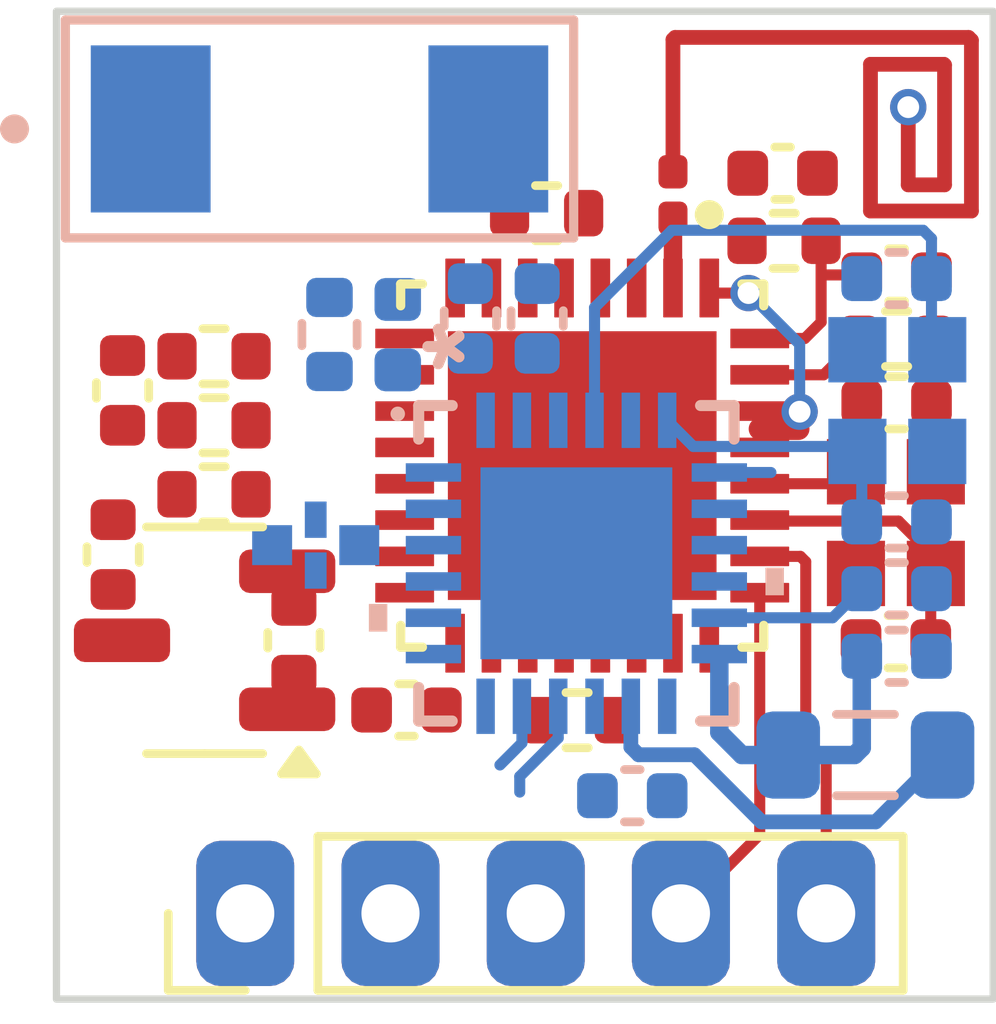
<source format=kicad_pcb>
(kicad_pcb (version 20240108) (generator "pcbnew") (generator_version "8.0")
  (title_block (title "ELRS micro") (date "2024-04-21") (rev "1.0") (company "Kolamuc Design") (comment 1 "alperen.kolamu@gmail.com") (comment 2 "Alperen KOLAMUÇ"))
  (layers (0 "F.Cu" signal) (1 "In1.Cu" power) (2 "In2.Cu" power) (31 "B.Cu" signal) (34 "B.Paste" user) (35 "F.Paste" user) (36 "B.SilkS" user "B.Silkscreen") (37 "F.SilkS" user "F.Silkscreen") (38 "B.Mask" user) (39 "F.Mask" user) (44 "Edge.Cuts" user))
  (net 0 "")
  (net 1 "GND")
  (net 2 "+3V3")
  (net 3 "Net-(U2-~{EXT_RST})")
  (net 4 "+5V")
  (net 5 "Net-(U2-LNA)")
  (net 6 "Net-(AE1-Pad1)")
  (net 7 "Net-(U2-RES12K)")
  (net 8 "Net-(U2-CHIP_EN)")
  (net 17 "Net-(U2-XTAL_OUT)")
  (net 18 "Net-(U2-XTAL_IN)")
  (net 21 "Net-(U3-VR_PA)")
  (net 22 "/BTN")
  (net 23 "Net-(D1-K)")
  (net 24 "/LED")
  (net 25 "Net-(E1-Pad1)")
  (net 26 "Net-(U3-RFIO)")
  (net 27 "/TX")
  (net 28 "/RX")
  (net 29 "/NSS")
  (net 30 "/nRST")
  (net 31 "/SCK")
  (net 32 "/MISO")
  (net 33 "/MOSI")
  (net 34 "/DIO1")
  (net 35 "/BUSY")
  (net 36 "Net-(U3-XTA)")
  (net 37 "Net-(U3-XTB)")
  (net 38 "/V_DCC")
  (net 39 "/V_DCC2")
  (footprint "Resistor_SMD:R_0402_1005Metric" (layer "F.Cu") (at 106.335 66.095 180)
    (property "Reference" "R8" (hide yes))
    (property "Value" "300R" (hide yes))
    (fp_line (start -0.153641 0.38) (end 0.153641 0.38) (stroke (width 0.12)) (layer "F.SilkS"))
    (fp_line (start -0.153641 -0.38) (end 0.153641 -0.38) (stroke (width 0.12)) (layer "F.SilkS"))
    (pad "1" smd roundrect (at -0.51 0 180) (size 0.54 0.64) (layers "F.Cu" "F.Paste" "F.Mask") (net 27 "/TX"))
    (pad "2" smd roundrect (at 0.51 0 180) (size 0.54 0.64) (layers "F.Cu" "F.Paste" "F.Mask") (net 2 "+3V3"))
  )
  (footprint "Capacitor_SMD:C_0402_1005Metric" (layer "F.Cu") (at 100.075 61.555 90)
    (property "Reference" "C4" (hide yes))
    (property "Value" "4.7uF" (hide yes))
    (fp_line (start -0.107836 -0.36) (end 0.107836 -0.36) (stroke (width 0.12)) (layer "F.SilkS"))
    (fp_line (start -0.107836 0.36) (end 0.107836 0.36) (stroke (width 0.12)) (layer "F.SilkS"))
    (pad "1" smd roundrect (at -0.48 0 90) (size 0.56 0.62) (layers "F.Cu" "F.Paste" "F.Mask") (net 2 "+3V3"))
    (pad "2" smd roundrect (at 0.48 0 90) (size 0.56 0.62) (layers "F.Cu" "F.Paste" "F.Mask") (net 1 "GND"))
  )
  (footprint "Resistor_SMD:R_0402_1005Metric" (layer "F.Cu") (at 101.335 61.085)
    (property "Reference" "R1" (hide yes))
    (property "Value" "12K" (hide yes))
    (fp_line (start -0.153641 -0.38) (end 0.153641 -0.38) (stroke (width 0.12)) (layer "F.SilkS"))
    (fp_line (start -0.153641 0.38) (end 0.153641 0.38) (stroke (width 0.12)) (layer "F.SilkS"))
    (pad "1" smd roundrect (at -0.51 0) (size 0.54 0.64) (layers "F.Cu" "F.Paste" "F.Mask") (net 1 "GND"))
    (pad "2" smd roundrect (at 0.51 0) (size 0.54 0.64) (layers "F.Cu" "F.Paste" "F.Mask") (net 29 "/NSS"))
  )
  (footprint "Capacitor_SMD:C_0402_1005Metric" (layer "F.Cu") (at 99.945 63.815 -90)
    (property "Reference" "C20" (hide yes))
    (property "Value" "2.2uF" (hide yes))
    (fp_line (start -0.107836 0.36) (end 0.107836 0.36) (stroke (width 0.12)) (layer "F.SilkS"))
    (fp_line (start -0.107836 -0.36) (end 0.107836 -0.36) (stroke (width 0.12)) (layer "F.SilkS"))
    (pad "1" smd roundrect (at -0.48 0 270) (size 0.56 0.62) (layers "F.Cu" "F.Paste" "F.Mask") (net 1 "GND"))
    (pad "2" smd roundrect (at 0.48 0 270) (size 0.56 0.62) (layers "F.Cu" "F.Paste" "F.Mask") (net 4 "+5V"))
  )
  (footprint "Library:VQFN-32" (layer "F.Cu") (at 106.405 62.59 -90)
    (property "Reference" "U2" (hide yes))
    (property "Value" "ESP8285" (hide yes))
    (fp_line (start -2.5 2.5) (end -2.2 2.5) (stroke (width 0.127)) (layer "F.SilkS"))
    (fp_line (start -2.5 2.5) (end -2.5 2.2) (stroke (width 0.127)) (layer "F.SilkS"))
    (fp_line (start 2.5 2.5) (end 2.2 2.5) (stroke (width 0.127)) (layer "F.SilkS"))
    (fp_line (start 2.5 2.5) (end 2.5 2.2) (stroke (width 0.127)) (layer "F.SilkS"))
    (fp_line (start -2.5 -2.5) (end -2.5 -2.2) (stroke (width 0.127)) (layer "F.SilkS"))
    (fp_line (start -2.5 -2.5) (end -2.2 -2.5) (stroke (width 0.127)) (layer "F.SilkS"))
    (fp_line (start 2.5 -2.5) (end 2.5 -2.2) (stroke (width 0.127)) (layer "F.SilkS"))
    (fp_line (start 2.5 -2.5) (end 2.2 -2.5) (stroke (width 0.127)) (layer "F.SilkS"))
    (fp_circle (center -3.455 -1.75) (end -3.355 -1.75) (stroke (width 0.2)) (fill none) (layer "F.SilkS"))
    (pad "1" smd roundrect (at -2.445 -1.75 270) (size 0.81 0.27) (layers "F.Cu" "F.Paste" "F.Mask") (roundrect_rratio 0.03) (net 2 "+3V3"))
    (pad "2" smd roundrect (at -2.445 -1.25 270) (size 0.81 0.27) (layers "F.Cu" "F.Paste" "F.Mask") (roundrect_rratio 0.03) (net 5 "Net-(U2-LNA)"))
    (pad "3" smd roundrect (at -2.445 -0.75 270) (size 0.81 0.27) (layers "F.Cu" "F.Paste" "F.Mask") (roundrect_rratio 0.03) (net 2 "+3V3"))
    (pad "4" smd roundrect (at -2.445 -0.25 270) (size 0.81 0.27) (layers "F.Cu" "F.Paste" "F.Mask") (roundrect_rratio 0.03) (net 2 "+3V3"))
    (pad "5" smd roundrect (at -2.445 0.25 270) (size 0.81 0.27) (layers "F.Cu" "F.Paste" "F.Mask") (roundrect_rratio 0.03))
    (pad "6" smd roundrect (at -2.445 0.75 270) (size 0.81 0.27) (layers "F.Cu" "F.Paste" "F.Mask") (roundrect_rratio 0.03))
    (pad "7" smd roundrect (at -2.445 1.25 270) (size 0.81 0.27) (layers "F.Cu" "F.Paste" "F.Mask") (roundrect_rratio 0.03) (net 8 "Net-(U2-CHIP_EN)"))
    (pad "8" smd roundrect (at -2.445 1.75 270) (size 0.81 0.27) (layers "F.Cu" "F.Paste" "F.Mask") (roundrect_rratio 0.03) (net 24 "/LED"))
    (pad "9" smd roundrect (at -1.75 2.445) (size 0.81 0.27) (layers "F.Cu" "F.Paste" "F.Mask") (roundrect_rratio 0.03) (net 31 "/SCK"))
    (pad "10" smd roundrect (at -1.25 2.445) (size 0.81 0.27) (layers "F.Cu" "F.Paste" "F.Mask") (roundrect_rratio 0.03) (net 32 "/MISO"))
    (pad "11" smd roundrect (at -0.75 2.445) (size 0.81 0.27) (layers "F.Cu" "F.Paste" "F.Mask") (roundrect_rratio 0.03) (net 2 "+3V3"))
    (pad "12" smd roundrect (at -0.25 2.445) (size 0.81 0.27) (layers "F.Cu" "F.Paste" "F.Mask") (roundrect_rratio 0.03) (net 33 "/MOSI"))
    (pad "13" smd roundrect (at 0.25 2.445) (size 0.81 0.27) (layers "F.Cu" "F.Paste" "F.Mask") (roundrect_rratio 0.03) (net 29 "/NSS"))
    (pad "14" smd roundrect (at 0.75 2.445) (size 0.81 0.27) (layers "F.Cu" "F.Paste" "F.Mask") (roundrect_rratio 0.03) (net 30 "/nRST"))
    (pad "15" smd roundrect (at 1.25 2.445) (size 0.81 0.27) (layers "F.Cu" "F.Paste" "F.Mask") (roundrect_rratio 0.03) (net 22 "/BTN"))
    (pad "16" smd roundrect (at 1.75 2.445) (size 0.81 0.27) (layers "F.Cu" "F.Paste" "F.Mask") (roundrect_rratio 0.03) (net 34 "/DIO1"))
    (pad "17" smd roundrect (at 2.445 1.75 270) (size 0.81 0.27) (layers "F.Cu" "F.Paste" "F.Mask") (roundrect_rratio 0.03) (net 2 "+3V3"))
    (pad "18" smd roundrect (at 2.445 1.25 270) (size 0.81 0.27) (layers "F.Cu" "F.Paste" "F.Mask") (roundrect_rratio 0.03))
    (pad "19" smd roundrect (at 2.445 0.75 270) (size 0.81 0.27) (layers "F.Cu" "F.Paste" "F.Mask") (roundrect_rratio 0.03))
    (pad "20" smd roundrect (at 2.445 0.25 270) (size 0.81 0.27) (layers "F.Cu" "F.Paste" "F.Mask") (roundrect_rratio 0.03))
    (pad "21" smd roundrect (at 2.445 -0.25 270) (size 0.81 0.27) (layers "F.Cu" "F.Paste" "F.Mask") (roundrect_rratio 0.03))
    (pad "22" smd roundrect (at 2.445 -0.75 270) (size 0.81 0.27) (layers "F.Cu" "F.Paste" "F.Mask") (roundrect_rratio 0.03))
    (pad "23" smd roundrect (at 2.445 -1.25 270) (size 0.81 0.27) (layers "F.Cu" "F.Paste" "F.Mask") (roundrect_rratio 0.03))
    (pad "24" smd roundrect (at 2.445 -1.75 270) (size 0.81 0.27) (layers "F.Cu" "F.Paste" "F.Mask") (roundrect_rratio 0.03) (net 35 "/BUSY"))
    (pad "25" smd roundrect (at 1.75 -2.445) (size 0.81 0.27) (layers "F.Cu" "F.Paste" "F.Mask") (roundrect_rratio 0.03) (net 28 "/RX"))
    (pad "26" smd roundrect (at 1.25 -2.445) (size 0.81 0.27) (layers "F.Cu" "F.Paste" "F.Mask") (roundrect_rratio 0.03) (net 27 "/TX"))
    (pad "27" smd roundrect (at 0.75 -2.445) (size 0.81 0.27) (layers "F.Cu" "F.Paste" "F.Mask") (roundrect_rratio 0.03) (net 17 "Net-(U2-XTAL_OUT)"))
    (pad "28" smd roundrect (at 0.25 -2.445) (size 0.81 0.27) (layers "F.Cu" "F.Paste" "F.Mask") (roundrect_rratio 0.03) (net 18 "Net-(U2-XTAL_IN)"))
    (pad "29" smd roundrect (at -0.25 -2.445) (size 0.81 0.27) (layers "F.Cu" "F.Paste" "F.Mask") (roundrect_rratio 0.03) (net 2 "+3V3"))
    (pad "30" smd roundrect (at -0.75 -2.445) (size 0.81 0.27) (layers "F.Cu" "F.Paste" "F.Mask") (roundrect_rratio 0.03) (net 2 "+3V3"))
    (pad "31" smd roundrect (at -1.25 -2.445) (size 0.81 0.27) (layers "F.Cu" "F.Paste" "F.Mask") (roundrect_rratio 0.03) (net 7 "Net-(U2-RES12K)"))
    (pad "32" smd roundrect (at -1.75 -2.445) (size 0.81 0.27) (layers "F.Cu" "F.Paste" "F.Mask") (roundrect_rratio 0.03) (net 3 "Net-(U2-~{EXT_RST})"))
    (pad "33" smd rect (at 0 0 270) (size 3.7 3.7) (layers "F.Cu" "F.Mask") (net 1 "GND"))
  )
  (footprint "Capacitor_SMD:C_0402_1005Metric" (layer "F.Cu") (at 110.735 61.725)
    (property "Reference" "C10" (hide yes))
    (property "Value" "18pF" (hide yes))
    (fp_line (start -0.107836 -0.36) (end 0.107836 -0.36) (stroke (width 0.12)) (layer "F.SilkS"))
    (fp_line (start -0.107836 0.36) (end 0.107836 0.36) (stroke (width 0.12)) (layer "F.SilkS"))
    (pad "1" smd roundrect (at -0.48 0) (size 0.56 0.62) (layers "F.Cu" "F.Paste" "F.Mask") (net 18 "Net-(U2-XTAL_IN)"))
    (pad "2" smd roundrect (at 0.48 0) (size 0.56 0.62) (layers "F.Cu" "F.Paste" "F.Mask") (net 1 "GND"))
  )
  (footprint "Capacitor_SMD:C_0201_0603Metric" (layer "F.Cu") (at 107.655 58.865 90)
    (property "Reference" "C11" (hide yes))
    (property "Value" "5.6pF" (hide yes))
    (pad "1" smd roundrect (at -0.32 0 90) (size 0.46 0.4) (layers "F.Cu" "F.Mask") (net 5 "Net-(U2-LNA)"))
    (pad "2" smd roundrect (at 0.32 0 90) (size 0.46 0.4) (layers "F.Cu" "F.Mask") (net 6 "Net-(AE1-Pad1)"))
  )
  (footprint "Capacitor_SMD:C_0402_1005Metric" (layer "F.Cu") (at 103.985 65.955 180)
    (property "Reference" "C8" (hide yes))
    (property "Value" "0.1uF" (hide yes))
    (fp_line (start -0.107836 0.36) (end 0.107836 0.36) (stroke (width 0.12)) (layer "F.SilkS"))
    (fp_line (start -0.107836 -0.36) (end 0.107836 -0.36) (stroke (width 0.12)) (layer "F.SilkS"))
    (pad "1" smd roundrect (at -0.48 0 180) (size 0.56 0.62) (layers "F.Cu" "F.Paste" "F.Mask") (net 2 "+3V3"))
    (pad "2" smd roundrect (at 0.48 0 180) (size 0.56 0.62) (layers "F.Cu" "F.Paste" "F.Mask") (net 1 "GND"))
  )
  (footprint "Capacitor_SMD:C_0402_1005Metric" (layer "F.Cu") (at 110.725 65.015 180)
    (property "Reference" "C13" (hide yes))
    (property "Value" "18pF" (hide yes))
    (fp_line (start -0.107836 0.36) (end 0.107836 0.36) (stroke (width 0.12)) (layer "F.SilkS"))
    (fp_line (start -0.107836 -0.36) (end 0.107836 -0.36) (stroke (width 0.12)) (layer "F.SilkS"))
    (pad "1" smd roundrect (at -0.48 0 180) (size 0.56 0.62) (layers "F.Cu" "F.Paste" "F.Mask") (net 17 "Net-(U2-XTAL_OUT)"))
    (pad "2" smd roundrect (at 0.48 0 180) (size 0.56 0.62) (layers "F.Cu" "F.Paste" "F.Mask") (net 1 "GND"))
  )
  (footprint "Capacitor_SMD:C_0402_1005Metric" (layer "F.Cu") (at 102.435 64.995 -90)
    (property "Reference" "C21" (hide yes))
    (property "Value" "2.2uF" (hide yes))
    (fp_line (start -0.107836 0.36) (end 0.107836 0.36) (stroke (width 0.12)) (layer "F.SilkS"))
    (fp_line (start -0.107836 -0.36) (end 0.107836 -0.36) (stroke (width 0.12)) (layer "F.SilkS"))
    (pad "1" smd roundrect (at -0.48 0 270) (size 0.56 0.62) (layers "F.Cu" "F.Paste" "F.Mask") (net 2 "+3V3"))
    (pad "2" smd roundrect (at 0.48 0 270) (size 0.56 0.62) (layers "F.Cu" "F.Paste" "F.Mask") (net 1 "GND"))
  )
  (footprint "Crystal:Crystal_SMD_2016-4Pin_2.0x1.6mm" (layer "F.Cu") (at 110.725 63.375 -90)
    (property "Reference" "Y1" (hide yes))
    (property "Value" "26MHz" (hide yes))
    (pad "1" smd rect (at -0.7 0.55 270) (size 0.9 0.8) (layers "F.Cu" "F.Paste" "F.Mask") (net 18 "Net-(U2-XTAL_IN)"))
    (pad "2" smd rect (at 0.7 0.55 270) (size 0.9 0.8) (layers "F.Cu" "F.Paste" "F.Mask") (net 1 "GND"))
    (pad "3" smd rect (at 0.7 -0.55 270) (size 0.9 0.8) (layers "F.Cu" "F.Paste" "F.Mask") (net 17 "Net-(U2-XTAL_OUT)"))
    (pad "4" smd rect (at -0.7 -0.55 270) (size 0.9 0.8) (layers "F.Cu" "F.Paste" "F.Mask") (net 1 "GND"))
  )
  (footprint "Connector_PinHeader_2.00mm:PinHeader_1x05_P2.00mm_Vertical" (layer "F.Cu") (at 101.765 68.755 90)
    (property "Reference" "J1" (hide yes))
    (property "Value" "Conn_01x05_Pin" (hide yes))
    (fp_line (start -1.06 -1.06) (end 0 -1.06) (stroke (width 0.12)) (layer "F.SilkS"))
    (fp_line (start -1.06 0) (end -1.06 -1.06) (stroke (width 0.12)) (layer "F.SilkS"))
    (fp_line (start 1.06 1) (end 1.06 9.06) (stroke (width 0.12)) (layer "F.SilkS"))
    (fp_line (start -1.06 1) (end 1.06 1) (stroke (width 0.12)) (layer "F.SilkS"))
    (fp_line (start -1.06 1) (end -1.06 9.06) (stroke (width 0.12)) (layer "F.SilkS"))
    (fp_line (start -1.06 9.06) (end 1.06 9.06) (stroke (width 0.12)) (layer "F.SilkS"))
    (pad "1" thru_hole roundrect (at 0 0 90) (size 2 1.35) (drill 0.8) (layers "*.Cu" "*.Mask") (net 22 "/BTN"))
    (pad "2" thru_hole roundrect (at 0 2 90) (size 2 1.35) (drill 0.8) (layers "*.Cu" "*.Mask") (net 1 "GND"))
    (pad "3" thru_hole roundrect (at 0 4 90) (size 2 1.35) (drill 0.8) (layers "*.Cu" "*.Mask") (net 4 "+5V"))
    (pad "4" thru_hole roundrect (at 0 6 90) (size 2 1.35) (drill 0.8) (layers "*.Cu" "*.Mask") (net 28 "/RX"))
    (pad "5" thru_hole roundrect (at 0 8 90) (size 2 1.35) (drill 0.8) (layers "*.Cu" "*.Mask") (net 27 "/TX"))
  )
  (footprint "Resistor_SMD:R_0402_1005Metric" (layer "F.Cu") (at 101.335 62.985 180)
    (property "Reference" "R2" (hide yes))
    (property "Value" "12K" (hide yes))
    (fp_line (start -0.153641 0.38) (end 0.153641 0.38) (stroke (width 0.12)) (layer "F.SilkS"))
    (fp_line (start -0.153641 -0.38) (end 0.153641 -0.38) (stroke (width 0.12)) (layer "F.SilkS"))
    (pad "1" smd roundrect (at -0.51 0 180) (size 0.54 0.64) (layers "F.Cu" "F.Paste" "F.Mask") (net 22 "/BTN"))
    (pad "2" smd roundrect (at 0.51 0 180) (size 0.54 0.64) (layers "F.Cu" "F.Paste" "F.Mask") (net 2 "+3V3"))
  )
  (footprint "Resistor_SMD:R_0402_1005Metric" (layer "F.Cu") (at 105.915 59.115 180)
    (property "Reference" "R6" (hide yes))
    (property "Value" "12K" (hide yes))
    (fp_line (start -0.153641 0.38) (end 0.153641 0.38) (stroke (width 0.12)) (layer "F.SilkS"))
    (fp_line (start -0.153641 -0.38) (end 0.153641 -0.38) (stroke (width 0.12)) (layer "F.SilkS"))
    (pad "1" smd roundrect (at -0.51 0 180) (size 0.54 0.64) (layers "F.Cu" "F.Paste" "F.Mask") (net 2 "+3V3"))
    (pad "2" smd roundrect (at 0.51 0 180) (size 0.54 0.64) (layers "F.Cu" "F.Paste" "F.Mask") (net 8 "Net-(U2-CHIP_EN)"))
  )
  (footprint "Package_TO_SOT_SMD:SOT-23-3" (layer "F.Cu") (at 101.205 64.995 180)
    (property "Reference" "U4" (hide yes))
    (property "Value" "AP2210N-3.3TRG1" (hide yes))
    (fp_line (start 0 1.56) (end 0.8 1.56) (stroke (width 0.12)) (layer "F.SilkS"))
    (fp_line (start 0 1.56) (end -0.8 1.56) (stroke (width 0.12)) (layer "F.SilkS"))
    (fp_line (start 0 -1.56) (end 0.8 -1.56) (stroke (width 0.12)) (layer "F.SilkS"))
    (fp_line (start 0 -1.56) (end -0.8 -1.56) (stroke (width 0.12)) (layer "F.SilkS"))
    (fp_poly (pts (xy -1.3 -1.51) (xy -1.54 -1.84) (xy -1.06 -1.84) (xy -1.3 -1.51)) (stroke (width 0.12)) (fill solid) (layer "F.SilkS"))
    (pad "1" smd roundrect (at -1.1375 -0.95 180) (size 1.325 0.6) (layers "F.Cu" "F.Paste" "F.Mask") (net 1 "GND"))
    (pad "2" smd roundrect (at -1.1375 0.95 180) (size 1.325 0.6) (layers "F.Cu" "F.Paste" "F.Mask") (net 2 "+3V3"))
    (pad "3" smd roundrect (at 1.1375 0 180) (size 1.325 0.6) (layers "F.Cu" "F.Paste" "F.Mask") (net 4 "+5V"))
  )
  (footprint "Resistor_SMD:R_0402_1005Metric" (layer "F.Cu") (at 110.735 60.845)
    (property "Reference" "R5" (hide yes))
    (property "Value" "12K" (hide yes))
    (fp_line (start -0.153641 -0.38) (end 0.153641 -0.38) (stroke (width 0.12)) (layer "F.SilkS"))
    (fp_line (start -0.153641 0.38) (end 0.153641 0.38) (stroke (width 0.12)) (layer "F.SilkS"))
    (pad "1" smd roundrect (at -0.51 0) (size 0.54 0.64) (layers "F.Cu" "F.Paste" "F.Mask") (net 7 "Net-(U2-RES12K)"))
    (pad "2" smd roundrect (at 0.51 0) (size 0.54 0.64) (layers "F.Cu" "F.Paste" "F.Mask") (net 1 "GND"))
  )
  (footprint "Resistor_SMD:R_0402_1005Metric" (layer "F.Cu") (at 101.335 62.035)
    (property "Reference" "R4" (hide yes))
    (property "Value" "12K" (hide yes))
    (fp_line (start -0.153641 -0.38) (end 0.153641 -0.38) (stroke (width 0.12)) (layer "F.SilkS"))
    (fp_line (start -0.153641 0.38) (end 0.153641 0.38) (stroke (width 0.12)) (layer "F.SilkS"))
    (pad "1" smd roundrect (at -0.51 0) (size 0.54 0.64) (layers "F.Cu" "F.Paste" "F.Mask") (net 2 "+3V3"))
    (pad "2" smd roundrect (at 0.51 0) (size 0.54 0.64) (layers "F.Cu" "F.Paste" "F.Mask") (net 30 "/nRST"))
  )
  (footprint "Capacitor_SMD:C_0402_1005Metric" (layer "F.Cu") (at 110.735 59.965 180)
    (property "Reference" "C3" (hide yes))
    (property "Value" "1uF" (hide yes))
    (fp_line (start -0.107836 0.36) (end 0.107836 0.36) (stroke (width 0.12)) (layer "F.SilkS"))
    (fp_line (start -0.107836 -0.36) (end 0.107836 -0.36) (stroke (width 0.12)) (layer "F.SilkS"))
    (pad "1" smd roundrect (at -0.48 0 180) (size 0.56 0.62) (layers "F.Cu" "F.Paste" "F.Mask") (net 1 "GND"))
    (pad "2" smd roundrect (at 0.48 0 180) (size 0.56 0.62) (layers "F.Cu" "F.Paste" "F.Mask") (net 3 "Net-(U2-~{EXT_RST})"))
  )
  (footprint "Resistor_SMD:R_0402_1005Metric" (layer "F.Cu") (at 109.185 59.495 180)
    (property "Reference" "R3" (hide yes))
    (property "Value" "12K" (hide yes))
    (fp_line (start -0.153641 0.38) (end 0.153641 0.38) (stroke (width 0.12)) (layer "F.SilkS"))
    (fp_line (start -0.153641 -0.38) (end 0.153641 -0.38) (stroke (width 0.12)) (layer "F.SilkS"))
    (pad "1" smd roundrect (at -0.51 0 180) (size 0.54 0.64) (layers "F.Cu" "F.Paste" "F.Mask") (net 3 "Net-(U2-~{EXT_RST})"))
    (pad "2" smd roundrect (at 0.51 0 180) (size 0.54 0.64) (layers "F.Cu" "F.Paste" "F.Mask") (net 2 "+3V3"))
  )
  (footprint "Capacitor_SMD:C_0402_1005Metric" (layer "F.Cu") (at 109.165 58.565)
    (property "Reference" "C17" (hide yes))
    (property "Value" "0.1uF" (hide yes))
    (fp_line (start -0.107836 -0.36) (end 0.107836 -0.36) (stroke (width 0.12)) (layer "F.SilkS"))
    (fp_line (start -0.107836 0.36) (end 0.107836 0.36) (stroke (width 0.12)) (layer "F.SilkS"))
    (pad "1" smd roundrect (at -0.48 0) (size 0.56 0.62) (layers "F.Cu" "F.Paste" "F.Mask") (net 2 "+3V3"))
    (pad "2" smd roundrect (at 0.48 0) (size 0.56 0.62) (layers "F.Cu" "F.Paste" "F.Mask") (net 1 "GND"))
  )
  (footprint "Library:FIL_2450FM07D0034T" (layer "B.Cu") (at 102.735 63.685 180)
    (property "Reference" "FL1" (hide yes))
    (property "Value" "2450FM07D0034T" (hide yes))
    (pad "1" smd rect (at -0.6 0 180) (size 0.55 0.55) (layers "B.Cu" "B.Paste" "B.Mask") (net 26 "Net-(U3-RFIO)"))
    (pad "2" smd rect (at 0 -0.35 180) (size 0.3 0.5) (layers "B.Cu" "B.Paste" "B.Mask") (net 1 "GND"))
    (pad "3" smd rect (at 0.6 0 180) (size 0.55 0.55) (layers "B.Cu" "B.Paste" "B.Mask") (net 25 "Net-(E1-Pad1)"))
    (pad "4" smd rect (at 0 0.35 180) (size 0.3 0.5) (layers "B.Cu" "B.Paste" "B.Mask") (net 1 "GND"))
  )
  (footprint "Capacitor_SMD:C_0402_1005Metric" (layer "B.Cu") (at 105.785 60.565 -90)
    (property "Reference" "C15" (hide yes))
    (property "Value" "10nF" (hide yes))
    (fp_line (start 0.107836 0.36) (end -0.107836 0.36) (stroke (width 0.12)) (layer "B.SilkS"))
    (fp_line (start 0.107836 -0.36) (end -0.107836 -0.36) (stroke (width 0.12)) (layer "B.SilkS"))
    (pad "1" smd roundrect (at -0.48 0 270) (size 0.56 0.62) (layers "B.Cu" "B.Paste" "B.Mask") (net 1 "GND"))
    (pad "2" smd roundrect (at 0.48 0 270) (size 0.56 0.62) (layers "B.Cu" "B.Paste" "B.Mask") (net 38 "/V_DCC"))
  )
  (footprint "Capacitor_SMD:C_0402_1005Metric" (layer "B.Cu") (at 110.735 65.215)
    (property "Reference" "C1" (hide yes))
    (property "Value" "470nF" (hide yes))
    (fp_line (start 0.107836 -0.36) (end -0.107836 -0.36) (stroke (width 0.12)) (layer "B.SilkS"))
    (fp_line (start 0.107836 0.36) (end -0.107836 0.36) (stroke (width 0.12)) (layer "B.SilkS"))
    (pad "1" smd roundrect (at -0.48 0) (size 0.56 0.62) (layers "B.Cu" "B.Paste" "B.Mask") (net 38 "/V_DCC"))
    (pad "2" smd roundrect (at 0.48 0) (size 0.56 0.62) (layers "B.Cu" "B.Paste" "B.Mask") (net 1 "GND"))
  )
  (footprint "Capacitor_SMD:C_0402_1005Metric" (layer "B.Cu") (at 110.735 64.285)
    (property "Reference" "C18" (hide yes))
    (property "Value" "0.1uF" (hide yes))
    (fp_line (start 0.107836 -0.36) (end -0.107836 -0.36) (stroke (width 0.12)) (layer "B.SilkS"))
    (fp_line (start 0.107836 0.36) (end -0.107836 0.36) (stroke (width 0.12)) (layer "B.SilkS"))
    (pad "1" smd roundrect (at -0.48 0) (size 0.56 0.62) (layers "B.Cu" "B.Paste" "B.Mask") (net 2 "+3V3"))
    (pad "2" smd roundrect (at 0.48 0) (size 0.56 0.62) (layers "B.Cu" "B.Paste" "B.Mask") (net 1 "GND"))
  )
  (footprint "Library:QFN24_4X4_SEM" (layer "B.Cu") (at 106.325 63.935 -90)
    (property "Reference" "U3" (hide yes))
    (property "Value" "SX1280IMLTRT" (hide yes))
    (fp_line (start -2.1717 2.1717) (end -1.70974 2.1717) (stroke (width 0.1524)) (layer "B.SilkS"))
    (fp_line (start 1.70974 2.1717) (end 2.1717 2.1717) (stroke (width 0.1524)) (layer "B.SilkS"))
    (fp_line (start 2.1717 2.1717) (end 2.1717 1.70974) (stroke (width 0.1524)) (layer "B.SilkS"))
    (fp_line (start -2.1717 1.70974) (end -2.1717 2.1717) (stroke (width 0.1524)) (layer "B.SilkS"))
    (fp_line (start 2.1717 -1.70974) (end 2.1717 -2.1717) (stroke (width 0.1524)) (layer "B.SilkS"))
    (fp_line (start -2.1717 -2.1717) (end -2.1717 -1.70974) (stroke (width 0.1524)) (layer "B.SilkS"))
    (fp_line (start -1.70974 -2.1717) (end -2.1717 -2.1717) (stroke (width 0.1524)) (layer "B.SilkS"))
    (fp_line (start 2.1717 -2.1717) (end 1.70974 -2.1717) (stroke (width 0.1524)) (layer "B.SilkS"))
    (fp_poly (pts (xy 0.559501 2.6035) (xy 0.559501 2.8575) (xy 0.940501 2.8575) (xy 0.940501 2.6035)) (fill solid) (layer "B.SilkS"))
    (fp_poly (pts (xy 0.059499 -2.6035) (xy 0.059499 -2.8575) (xy 0.4405 -2.8575) (xy 0.4405 -2.6035)) (fill solid) (layer "B.SilkS"))
    (fp_text user "*" (at -2.9845 1.5 90) (layer "B.SilkS") (effects (justify mirror)))
    (fp_text user "*" (at -2.9845 1.5 90) (layer "B.SilkS") (effects (justify mirror)))
    (pad "1" smd rect (at -1.9685 1.25 180) (size 0.254 0.762) (layers "B.Cu" "B.Paste" "B.Mask") (net 21 "Net-(U3-VR_PA)"))
    (pad "2" smd rect (at -1.9685 0.750001 180) (size 0.254 0.762) (layers "B.Cu" "B.Paste" "B.Mask") (net 38 "/V_DCC"))
    (pad "3" smd rect (at -1.9685 0.25 180) (size 0.254 0.762) (layers "B.Cu" "B.Paste" "B.Mask") (net 30 "/nRST"))
    (pad "4" smd rect (at -1.9685 -0.25 180) (size 0.254 0.762) (layers "B.Cu" "B.Paste" "B.Mask") (net 36 "Net-(U3-XTA)"))
    (pad "5" smd rect (at -1.9685 -0.750001 180) (size 0.254 0.762) (layers "B.Cu" "B.Paste" "B.Mask") (net 1 "GND"))
    (pad "6" smd rect (at -1.9685 -1.25 180) (size 0.254 0.762) (layers "B.Cu" "B.Paste" "B.Mask") (net 37 "Net-(U3-XTB)"))
    (pad "7" smd rect (at -1.25 -1.9685 270) (size 0.254 0.762) (layers "B.Cu" "B.Paste" "B.Mask") (net 35 "/BUSY"))
    (pad "8" smd rect (at -0.750001 -1.9685 270) (size 0.254 0.762) (layers "B.Cu" "B.Paste" "B.Mask") (net 34 "/DIO1"))
    (pad "9" smd rect (at -0.25 -1.9685 270) (size 0.254 0.762) (layers "B.Cu" "B.Paste" "B.Mask"))
    (pad "10" smd rect (at 0.25 -1.9685 270) (size 0.254 0.762) (layers "B.Cu" "B.Paste" "B.Mask"))
    (pad "11" smd rect (at 0.750001 -1.9685 270) (size 0.254 0.762) (layers "B.Cu" "B.Paste" "B.Mask") (net 2 "+3V3"))
    (pad "12" smd rect (at 1.25 -1.9685 270) (size 0.254 0.762) (layers "B.Cu" "B.Paste" "B.Mask") (net 38 "/V_DCC"))
    (pad "13" smd rect (at 1.9685 -1.25 180) (size 0.254 0.762) (layers "B.Cu" "B.Paste" "B.Mask") (net 1 "GND"))
    (pad "14" smd rect (at 1.9685 -0.750001 180) (size 0.254 0.762) (layers "B.Cu" "B.Paste" "B.Mask") (net 39 "/V_DCC2"))
    (pad "15" smd rect (at 1.9685 -0.25 180) (size 0.254 0.762) (layers "B.Cu" "B.Paste" "B.Mask") (net 2 "+3V3"))
    (pad "16" smd rect (at 1.9685 0.25 180) (size 0.254 0.762) (layers "B.Cu" "B.Paste" "B.Mask") (net 32 "/MISO"))
    (pad "17" smd rect (at 1.9685 0.750001 180) (size 0.254 0.762) (layers "B.Cu" "B.Paste" "B.Mask") (net 33 "/MOSI"))
    (pad "18" smd rect (at 1.9685 1.25 180) (size 0.254 0.762) (layers "B.Cu" "B.Paste" "B.Mask") (net 31 "/SCK"))
    (pad "19" smd rect (at 1.25 1.9685 270) (size 0.254 0.762) (layers "B.Cu" "B.Paste" "B.Mask") (net 29 "/NSS"))
    (pad "20" smd rect (at 0.750001 1.9685 270) (size 0.254 0.762) (layers "B.Cu" "B.Paste" "B.Mask") (net 1 "GND"))
    (pad "21" smd rect (at 0.25 1.9685 270) (size 0.254 0.762) (layers "B.Cu" "B.Paste" "B.Mask") (net 1 "GND"))
    (pad "22" smd rect (at -0.25 1.9685 270) (size 0.254 0.762) (layers "B.Cu" "B.Paste" "B.Mask") (net 26 "Net-(U3-RFIO)"))
    (pad "23" smd rect (at -0.750001 1.9685 270) (size 0.254 0.762) (layers "B.Cu" "B.Paste" "B.Mask") (net 1 "GND"))
    (pad "24" smd rect (at -1.25 1.9685 270) (size 0.254 0.762) (layers "B.Cu" "B.Paste" "B.Mask") (net 1 "GND"))
    (pad "25" smd rect (at 0 0 270) (size 2.6416 2.6416) (layers "B.Cu" "B.Paste" "B.Mask") (net 1 "GND"))
  )
  (footprint "Inductor_SMD:L_0805_2012Metric" (layer "B.Cu") (at 110.305 66.575)
    (property "Reference" "L1" (hide yes))
    (property "Value" "15uH" (hide yes))
    (fp_line (start 0.399622 -0.56) (end -0.399622 -0.56) (stroke (width 0.12)) (layer "B.SilkS"))
    (fp_line (start 0.399622 0.56) (end -0.399622 0.56) (stroke (width 0.12)) (layer "B.SilkS"))
    (pad "1" smd roundrect (at -1.0625 0) (size 0.875 1.2) (layers "B.Cu" "B.Paste" "B.Mask") (net 38 "/V_DCC"))
    (pad "2" smd roundrect (at 1.0625 0) (size 0.875 1.2) (layers "B.Cu" "B.Paste" "B.Mask") (net 39 "/V_DCC2"))
  )
  (footprint "Capacitor_SMD:C_0402_1005Metric" (layer "B.Cu") (at 104.865 60.565 -90)
    (property "Reference" "C14" (hide yes))
    (property "Value" "10nF" (hide yes))
    (fp_line (start 0.107836 0.36) (end -0.107836 0.36) (stroke (width 0.12)) (layer "B.SilkS"))
    (fp_line (start 0.107836 -0.36) (end -0.107836 -0.36) (stroke (width 0.12)) (layer "B.SilkS"))
    (pad "1" smd roundrect (at -0.48 0 270) (size 0.56 0.62) (layers "B.Cu" "B.Paste" "B.Mask") (net 1 "GND"))
    (pad "2" smd roundrect (at 0.48 0 270) (size 0.56 0.62) (layers "B.Cu" "B.Paste" "B.Mask") (net 21 "Net-(U3-VR_PA)"))
  )
  (footprint "Crystal:Crystal_SMD_2016-4Pin_2.0x1.6mm" (layer "B.Cu") (at 110.745 61.695 90)
    (property "Reference" "Y2" (hide yes))
    (property "Value" "52MHz" (hide yes))
    (pad "1" smd rect (at -0.7 -0.55 90) (size 0.9 0.8) (layers "B.Cu" "B.Paste" "B.Mask") (net 37 "Net-(U3-XTB)"))
    (pad "2" smd rect (at 0.7 -0.55 90) (size 0.9 0.8) (layers "B.Cu" "B.Paste" "B.Mask") (net 1 "GND"))
    (pad "3" smd rect (at 0.7 0.55 90) (size 0.9 0.8) (layers "B.Cu" "B.Paste" "B.Mask") (net 36 "Net-(U3-XTA)"))
    (pad "4" smd rect (at -0.7 0.55 90) (size 0.9 0.8) (layers "B.Cu" "B.Paste" "B.Mask") (net 1 "GND"))
  )
  (footprint "LED_SMD:LED_0402_1005Metric" (layer "B.Cu") (at 103.865 60.7875 90)
    (property "Reference" "D1" (hide yes))
    (property "Value" "LED" (hide yes))
    (fp_circle (center -1.09 0) (end -1.04 0) (stroke (width 0.1)) (fill none) (layer "B.SilkS"))
    (pad "1" smd roundrect (at -0.485 0 90) (size 0.59 0.64) (layers "B.Cu" "B.Paste" "B.Mask") (net 23 "Net-(D1-K)"))
    (pad "2" smd roundrect (at 0.485 0 90) (size 0.59 0.64) (layers "B.Cu" "B.Paste" "B.Mask") (net 24 "/LED"))
  )
  (footprint "Resistor_SMD:R_0402_1005Metric" (layer "B.Cu") (at 102.925 60.785 -90)
    (property "Reference" "R9" (hide yes))
    (property "Value" "1K" (hide yes))
    (fp_line (start 0.153641 0.38) (end -0.153641 0.38) (stroke (width 0.12)) (layer "B.SilkS"))
    (fp_line (start 0.153641 -0.38) (end -0.153641 -0.38) (stroke (width 0.12)) (layer "B.SilkS"))
    (pad "1" smd roundrect (at -0.51 0 270) (size 0.54 0.64) (layers "B.Cu" "B.Paste" "B.Mask") (net 1 "GND"))
    (pad "2" smd roundrect (at 0.51 0 270) (size 0.54 0.64) (layers "B.Cu" "B.Paste" "B.Mask") (net 23 "Net-(D1-K)"))
  )
  (footprint "Capacitor_SMD:C_0402_1005Metric" (layer "B.Cu") (at 110.735 63.365 180)
    (property "Reference" "C5" (hide yes))
    (property "Value" "18pF" (hide yes))
    (fp_line (start 0.107836 0.36) (end -0.107836 0.36) (stroke (width 0.12)) (layer "B.SilkS"))
    (fp_line (start 0.107836 -0.36) (end -0.107836 -0.36) (stroke (width 0.12)) (layer "B.SilkS"))
    (pad "1" smd roundrect (at -0.48 0 180) (size 0.56 0.62) (layers "B.Cu" "B.Paste" "B.Mask") (net 1 "GND"))
    (pad "2" smd roundrect (at 0.48 0 180) (size 0.56 0.62) (layers "B.Cu" "B.Paste" "B.Mask") (net 37 "Net-(U3-XTB)"))
  )
  (footprint "Library:XCVR_NN02-201" (layer "B.Cu") (at 102.7875 57.955)
    (property "Reference" "E1" (hide yes))
    (property "Value" "NN02-201" (hide yes))
    (fp_line (start -3.5 -1.5) (end -3.5 1.5) (stroke (width 0.127)) (layer "B.SilkS"))
    (fp_line (start -3.5 -1.5) (end 3.5 -1.5) (stroke (width 0.127)) (layer "B.SilkS"))
    (fp_line (start 3.5 -1.5) (end 3.5 1.5) (stroke (width 0.127)) (layer "B.SilkS"))
    (fp_line (start 3.5 1.5) (end -3.5 1.5) (stroke (width 0.127)) (layer "B.SilkS"))
    (fp_circle (center -4.2 0) (end -4.1 0) (stroke (width 0.2)) (fill none) (layer "B.SilkS"))
    (pad "1" smd rect (at -2.325 0) (size 1.65 2.3) (layers "B.Cu" "B.Paste" "B.Mask") (net 25 "Net-(E1-Pad1)"))
    (pad "2" smd rect (at 2.325 0) (size 1.65 2.3) (layers "B.Cu" "B.Paste" "B.Mask"))
  )
  (footprint "Capacitor_SMD:C_0402_1005Metric" (layer "B.Cu") (at 107.095 67.135)
    (property "Reference" "C6" (hide yes))
    (property "Value" "0.1uF" (hide yes))
    (fp_line (start 0.107836 -0.36) (end -0.107836 -0.36) (stroke (width 0.12)) (layer "B.SilkS"))
    (fp_line (start 0.107836 0.36) (end -0.107836 0.36) (stroke (width 0.12)) (layer "B.SilkS"))
    (pad "1" smd roundrect (at -0.48 0) (size 0.56 0.62) (layers "B.Cu" "B.Paste" "B.Mask") (net 2 "+3V3"))
    (pad "2" smd roundrect (at 0.48 0) (size 0.56 0.62) (layers "B.Cu" "B.Paste" "B.Mask") (net 1 "GND"))
  )
  (footprint "Capacitor_SMD:C_0402_1005Metric" (layer "B.Cu") (at 110.735 60.015)
    (property "Reference" "C2" (hide yes))
    (property "Value" "18pF" (hide yes))
    (fp_line (start 0.107836 -0.36) (end -0.107836 -0.36) (stroke (width 0.12)) (layer "B.SilkS"))
    (fp_line (start 0.107836 0.36) (end -0.107836 0.36) (stroke (width 0.12)) (layer "B.SilkS"))
    (pad "1" smd roundrect (at -0.48 0) (size 0.56 0.62) (layers "B.Cu" "B.Paste" "B.Mask") (net 1 "GND"))
    (pad "2" smd roundrect (at 0.48 0) (size 0.56 0.62) (layers "B.Cu" "B.Paste" "B.Mask") (net 36 "Net-(U3-XTA)"))
  )
  (gr_rect (start 99.165 56.335) (end 112.065 69.935) (stroke (width 0.1)) (fill none) (layer "Edge.Cuts"))
  (segment (start 108.85 62.085) (end 108.85 61.84) (width 0.1524) (layer "F.Cu") (net 2))
  (segment (start 109.399527 62.068071) (end 109.399527 61.848143) (width 0.1524) (layer "F.Cu") (net 2))
  (segment (start 108.85 62.085) (end 109.382598 62.085) (width 0.3048) (layer "F.Cu") (net 2))
  (segment (start 108.85 62.34) (end 108.85 62.085) (width 0.1524) (layer "F.Cu") (net 2))
  (segment (start 109.362598 62.065) (end 109.399527 62.028071) (width 0.1524) (layer "F.Cu") (net 2))
  (segment (start 108.225 60.215) (end 108.155 60.145) (width 0.1524) (layer "F.Cu") (net 2))
  (segment (start 109.382598 62.085) (end 109.399527 62.068071) (width 0.1524) (layer "F.Cu") (net 2))
  (segment (start 109.399527 62.028071) (end 109.399527 61.848143) (width 0.1524) (layer "F.Cu") (net 2))
  (segment (start 108.695 60.215) (end 108.225 60.215) (width 0.1524) (layer "F.Cu") (net 2))
  (via (at 109.399527 61.848143) (size 0.5) (drill 0.3) (layers "F.Cu" "B.Cu") (net 2))
  (via (at 108.695 60.215) (size 0.5) (drill 0.3) (layers "F.Cu" "B.Cu") (net 2))
  (segment (start 108.2935 64.685001) (end 109.854999 64.685001) (width 0.1524) (layer "B.Cu") (net 2))
  (segment (start 109.399527 61.848143) (end 109.399527 60.919527) (width 0.1524) (layer "B.Cu") (net 2))
  (segment (start 109.854999 64.685001) (end 110.255 64.285) (width 0.1524) (layer "B.Cu") (net 2))
  (segment (start 109.399527 60.919527) (end 108.695 60.215) (width 0.1524) (layer "B.Cu") (net 2))
  (segment (start 109.47 60.84) (end 109.695 60.615) (width 0.1524) (layer "F.Cu") (net 3))
  (segment (start 108.85 60.84) (end 109.47 60.84) (width 0.1524) (layer "F.Cu") (net 3))
  (segment (start 109.695 60.615) (end 109.695 59.965) (width 0.1524) (layer "F.Cu") (net 3))
  (segment (start 109.695 59.965) (end 109.695 59.495) (width 0.1524) (layer "F.Cu") (net 3))
  (segment (start 110.255 59.965) (end 109.695 59.965) (width 0.1524) (layer "F.Cu") (net 3))
  (segment (start 107.655 60.145) (end 107.655 59.185) (width 0.254) (layer "F.Cu") (net 5))
  (segment (start 110.375 59.085) (end 110.375 57.065) (width 0.2032) (layer "F.Cu") (net 6))
  (segment (start 110.895 58.725) (end 110.895 57.655) (width 0.2032) (layer "F.Cu") (net 6))
  (segment (start 110.375 57.065) (end 111.385 57.065) (width 0.2032) (layer "F.Cu") (net 6))
  (segment (start 111.395 58.725) (end 110.895 58.725) (width 0.2032) (layer "F.Cu") (net 6))
  (segment (start 111.395 57.075) (end 111.395 58.725) (width 0.2032) (layer "F.Cu") (net 6))
  (segment (start 107.655 58.545) (end 107.655 56.725) (width 0.2032) (layer "F.Cu") (net 6))
  (segment (start 111.385 57.065) (end 111.395 57.075) (width 0.2032) (layer "F.Cu") (net 6))
  (segment (start 111.725 56.695) (end 111.765 56.735) (width 0.2032) (layer "F.Cu") (net 6))
  (segment (start 107.685 56.695) (end 111.725 56.695) (width 0.2032) (layer "F.Cu") (net 6))
  (segment (start 107.655 56.725) (end 107.685 56.695) (width 0.2032) (layer "F.Cu") (net 6))
  (segment (start 111.765 59.085) (end 110.375 59.085) (width 0.2032) (layer "F.Cu") (net 6))
  (segment (start 111.765 56.735) (end 111.765 59.085) (width 0.2032) (layer "F.Cu") (net 6))
  (via (at 110.895 57.655) (size 0.5) (drill 0.3) (layers "F.Cu" "B.Cu") (net 6))
  (segment (start 109.73 61.34) (end 110.225 60.845) (width 0.1524) (layer "F.Cu") (net 7))
  (segment (start 108.85 61.34) (end 109.73 61.34) (width 0.1524) (layer "F.Cu") (net 7))
  (segment (start 111.205 64.145) (end 111.275 64.075) (width 0.1524) (layer "F.Cu") (net 17))
  (segment (start 111.205 65.015) (end 111.205 64.145) (width 0.1524) (layer "F.Cu") (net 17))
  (segment (start 108.8636 63.3536) (end 110.7608 63.3536) (width 0.1524) (layer "F.Cu") (net 17))
  (segment (start 111.275 63.8678) (end 111.275 64.075) (width 0.1524) (layer "F.Cu") (net 17))
  (segment (start 108.85 63.34) (end 108.8636 63.3536) (width 0.1524) (layer "F.Cu") (net 17))
  (segment (start 110.7608 63.3536) (end 111.275 63.8678) (width 0.1524) (layer "F.Cu") (net 17))
  (segment (start 110.255 62.595) (end 110.175 62.675) (width 0.1524) (layer "F.Cu") (net 18))
  (segment (start 110.255 61.725) (end 110.255 62.595) (width 0.1524) (layer "F.Cu") (net 18))
  (segment (start 110.01 62.84) (end 110.175 62.675) (width 0.1524) (layer "F.Cu") (net 18))
  (segment (start 108.85 62.84) (end 110.01 62.84) (width 0.1524) (layer "F.Cu") (net 18))
  (segment (start 109.4836 66.3664) (end 109.765 66.6478) (width 0.1524) (layer "F.Cu") (net 27))
  (segment (start 108.85 63.84) (end 109.41 63.84) (width 0.1524) (layer "F.Cu") (net 27))
  (segment (start 109.41 63.84) (end 109.4836 63.9136) (width 0.1524) (layer "F.Cu") (net 27))
  (segment (start 109.765 66.6478) (end 109.765 68.755) (width 0.1524) (layer "F.Cu") (net 27))
  (segment (start 109.4836 63.9136) (end 109.4836 66.3664) (width 0.1524) (layer "F.Cu") (net 27))
  (segment (start 108.85 64.34) (end 108.85 67.67) (width 0.1524) (layer "F.Cu") (net 28))
  (segment (start 108.85 67.67) (end 107.765 68.755) (width 0.1524) (layer "F.Cu") (net 28))
  (segment (start 107.765 68.085) (end 107.765 68.755) (width 0.1524) (layer "F.Cu") (net 28))
  (segment (start 106.075 66.33984) (end 105.545 66.86984) (width 0.1524) (layer "B.Cu") (net 32))
  (segment (start 106.075 65.9035) (end 106.075 66.33984) (width 0.1524) (layer "B.Cu") (net 32))
  (segment (start 105.545 66.86984) (end 105.545 67.085) (width 0.1524) (layer "B.Cu") (net 32))
  (segment (start 105.574999 65.9035) (end 105.574999 66.408789) (width 0.1524) (layer "B.Cu") (net 33))
  (segment (start 105.574999 66.408789) (end 105.271894 66.711894) (width 0.1524) (layer "B.Cu") (net 33))
  (segment (start 108.2935 62.685) (end 109.003948 62.685) (width 0.1524) (layer "B.Cu") (net 35))
  (segment (start 111.215 60.015) (end 111.215 59.465) (width 0.1524) (layer "B.Cu") (net 36))
  (segment (start 111.215 60.015) (end 111.215 60.915) (width 0.1524) (layer "B.Cu") (net 36))
  (segment (start 106.575 60.415) (end 106.575 61.9665) (width 0.1524) (layer "B.Cu") (net 36))
  (segment (start 107.64 59.35) (end 106.575 60.415) (width 0.1524) (layer "B.Cu") (net 36))
  (segment (start 111.1 59.35) (end 107.64 59.35) (width 0.1524) (layer "B.Cu") (net 36))
  (segment (start 111.215 60.915) (end 111.295 60.995) (width 0.1524) (layer "B.Cu") (net 36))
  (segment (start 111.215 59.465) (end 111.1 59.35) (width 0.1524) (layer "B.Cu") (net 36))
  (segment (start 110.126743 62.326743) (end 110.195 62.395) (width 0.1524) (layer "B.Cu") (net 37))
  (segment (start 110.255 62.455) (end 110.195 62.395) (width 0.1524) (layer "B.Cu") (net 37))
  (segment (start 107.575 61.9665) (end 107.935243 62.326743) (width 0.1524) (layer "B.Cu") (net 37))
  (segment (start 110.255 63.365) (end 110.255 62.455) (width 0.1524) (layer "B.Cu") (net 37))
  (segment (start 107.935243 62.326743) (end 110.126743 62.326743) (width 0.1524) (layer "B.Cu") (net 37))
  (segment (start 108.2935 65.185) (end 108.2935 66.2635) (width 0.254) (layer "B.Cu") (net 38))
  (segment (start 108.2935 66.2635) (end 108.605 66.575) (width 0.254) (layer "B.Cu") (net 38))
  (segment (start 110.155 66.575) (end 110.255 66.475) (width 0.254) (layer "B.Cu") (net 38))
  (segment (start 110.255 66.475) (end 110.255 65.215) (width 0.254) (layer "B.Cu") (net 38))
  (segment (start 108.605 66.575) (end 109.2425 66.575) (width 0.254) (layer "B.Cu") (net 38))
  (segment (start 109.2425 66.575) (end 110.155 66.575) (width 0.254) (layer "B.Cu") (net 38))
  (segment (start 107.075001 65.9035) (end 107.075001 66.465001) (width 0.2032) (layer "B.Cu") (net 39))
  (segment (start 107.951 66.571) (end 108.875 67.495) (width 0.2032) (layer "B.Cu") (net 39))
  (segment (start 110.4475 67.495) (end 111.3675 66.575) (width 0.2032) (layer "B.Cu") (net 39))
  (segment (start 107.075001 66.465001) (end 107.181 66.571) (width 0.2032) (layer "B.Cu") (net 39))
  (segment (start 107.181 66.571) (end 107.951 66.571) (width 0.2032) (layer "B.Cu") (net 39))
  (segment (start 108.875 67.495) (end 110.4475 67.495) (width 0.2032) (layer "B.Cu") (net 39))
)
</source>
